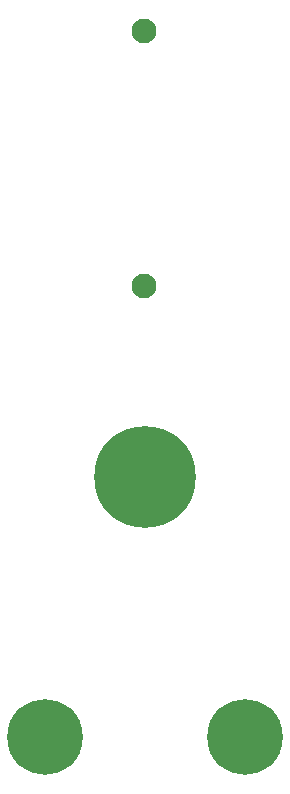
<source format=gbs>
G04 #@! TF.GenerationSoftware,KiCad,Pcbnew,8.0.5*
G04 #@! TF.CreationDate,2024-10-10T12:39:46+02:00*
G04 #@! TF.ProjectId,LED_SINGLE_Board,4c45445f-5349-44e4-974c-455f426f6172,rev?*
G04 #@! TF.SameCoordinates,Original*
G04 #@! TF.FileFunction,Soldermask,Bot*
G04 #@! TF.FilePolarity,Negative*
%FSLAX46Y46*%
G04 Gerber Fmt 4.6, Leading zero omitted, Abs format (unit mm)*
G04 Created by KiCad (PCBNEW 8.0.5) date 2024-10-10 12:39:46*
%MOMM*%
%LPD*%
G01*
G04 APERTURE LIST*
%ADD10C,2.100000*%
%ADD11C,8.600000*%
%ADD12C,6.400000*%
G04 APERTURE END LIST*
D10*
X43400000Y-30740000D03*
X43400000Y-52260000D03*
D11*
X43500000Y-68500000D03*
D12*
X35000000Y-90500000D03*
X52000000Y-90500000D03*
M02*

</source>
